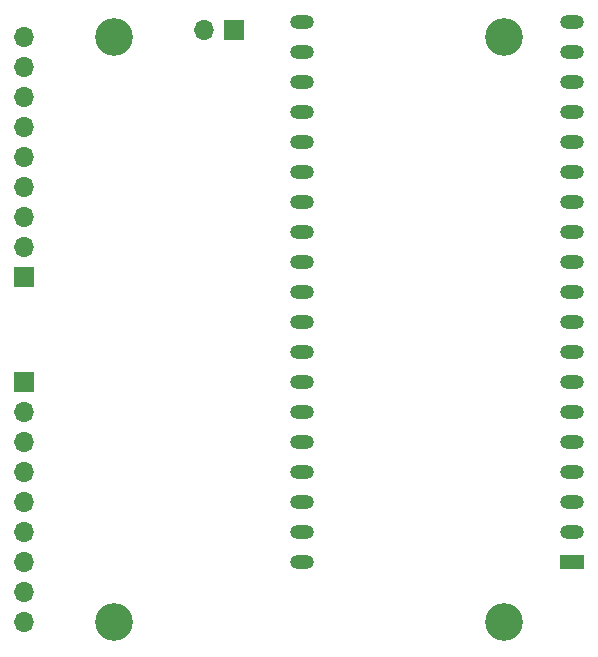
<source format=gbr>
%TF.GenerationSoftware,KiCad,Pcbnew,(5.1.9)-1*%
%TF.CreationDate,2021-06-26T09:10:03-04:00*%
%TF.ProjectId,AtariWiiWifi,41746172-6957-4696-9957-6966692e6b69,rev?*%
%TF.SameCoordinates,Original*%
%TF.FileFunction,Soldermask,Bot*%
%TF.FilePolarity,Negative*%
%FSLAX46Y46*%
G04 Gerber Fmt 4.6, Leading zero omitted, Abs format (unit mm)*
G04 Created by KiCad (PCBNEW (5.1.9)-1) date 2021-06-26 09:10:03*
%MOMM*%
%LPD*%
G01*
G04 APERTURE LIST*
%ADD10O,2.000000X1.200000*%
%ADD11R,2.000000X1.200000*%
%ADD12R,1.700000X1.700000*%
%ADD13O,1.700000X1.700000*%
%ADD14C,3.200000*%
G04 APERTURE END LIST*
D10*
%TO.C,U4*%
X151130000Y-115570000D03*
D11*
X173990000Y-115570000D03*
D10*
X151130000Y-113030000D03*
X173990000Y-113030000D03*
X151130000Y-110490000D03*
X173990000Y-110490000D03*
X151130000Y-107950000D03*
X173990000Y-107950000D03*
X151130000Y-105410000D03*
X173990000Y-105410000D03*
X151130000Y-102870000D03*
X173990000Y-102870000D03*
X151130000Y-100330000D03*
X173990000Y-100330000D03*
X151130000Y-97790000D03*
X173990000Y-97790000D03*
X151130000Y-95250000D03*
X173990000Y-95250000D03*
X151130000Y-92710000D03*
X173990000Y-92710000D03*
X151130000Y-90170000D03*
X173990000Y-90170000D03*
X151130000Y-87630000D03*
X173990000Y-87630000D03*
X151130000Y-85090000D03*
X173990000Y-85090000D03*
X151130000Y-82550000D03*
X173990000Y-82550000D03*
X151130000Y-80010000D03*
X173990000Y-80010000D03*
X151130000Y-77470000D03*
X173990000Y-77470000D03*
X151130000Y-74930000D03*
X173990000Y-74930000D03*
X151130000Y-72390000D03*
X173990000Y-72390000D03*
X151130000Y-69850000D03*
X173990000Y-69850000D03*
%TD*%
D12*
%TO.C,J2A1*%
X127635000Y-91440000D03*
D13*
X127635000Y-88900000D03*
X127635000Y-86360000D03*
X127635000Y-83820000D03*
X127635000Y-81280000D03*
X127635000Y-78740000D03*
X127635000Y-76200000D03*
X127635000Y-73660000D03*
X127635000Y-71120000D03*
%TD*%
D14*
%TO.C,REF\u002A\u002A*%
X135255000Y-71120000D03*
%TD*%
%TO.C,REF\u002A\u002A*%
X168275000Y-71120000D03*
%TD*%
%TO.C,REF\u002A\u002A*%
X135255000Y-120650000D03*
%TD*%
%TO.C,REF\u002A\u002A*%
X168275000Y-120650000D03*
%TD*%
D13*
%TO.C,J1A1*%
X127635000Y-120650000D03*
X127635000Y-118110000D03*
X127635000Y-115570000D03*
X127635000Y-113030000D03*
X127635000Y-110490000D03*
X127635000Y-107950000D03*
X127635000Y-105410000D03*
X127635000Y-102870000D03*
D12*
X127635000Y-100330000D03*
%TD*%
D13*
%TO.C,J4*%
X142875000Y-70485000D03*
D12*
X145415000Y-70485000D03*
%TD*%
M02*

</source>
